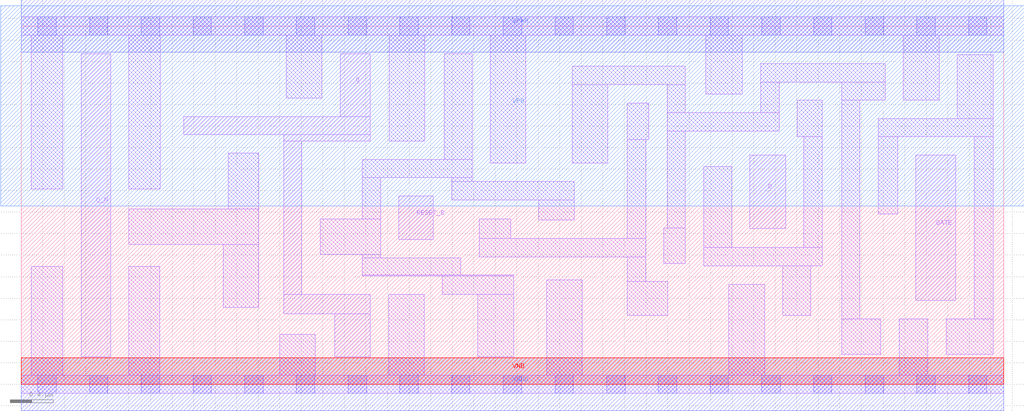
<source format=lef>
# Copyright 2020 The SkyWater PDK Authors
#
# Licensed under the Apache License, Version 2.0 (the "License");
# you may not use this file except in compliance with the License.
# You may obtain a copy of the License at
#
#     https://www.apache.org/licenses/LICENSE-2.0
#
# Unless required by applicable law or agreed to in writing, software
# distributed under the License is distributed on an "AS IS" BASIS,
# WITHOUT WARRANTIES OR CONDITIONS OF ANY KIND, either express or implied.
# See the License for the specific language governing permissions and
# limitations under the License.
#
# SPDX-License-Identifier: Apache-2.0

VERSION 5.7 ;
  NOWIREEXTENSIONATPIN ON ;
  DIVIDERCHAR "/" ;
  BUSBITCHARS "[]" ;
MACRO sky130_fd_sc_lp__dlrbp_2
  CLASS CORE ;
  FOREIGN sky130_fd_sc_lp__dlrbp_2 ;
  ORIGIN  0.000000  0.000000 ;
  SIZE  9.120000 BY  3.330000 ;
  SYMMETRY X Y R90 ;
  SITE unit ;
  PIN D
    ANTENNAGATEAREA  0.159000 ;
    DIRECTION INPUT ;
    USE SIGNAL ;
    PORT
      LAYER li1 ;
        RECT 6.765000 1.450000 7.095000 2.130000 ;
    END
  END D
  PIN Q
    ANTENNADIFFAREA  0.588000 ;
    DIRECTION OUTPUT ;
    USE SIGNAL ;
    PORT
      LAYER li1 ;
        RECT 1.510000 2.320000 3.240000 2.490000 ;
        RECT 2.435000 0.655000 3.240000 0.835000 ;
        RECT 2.435000 0.835000 2.605000 2.260000 ;
        RECT 2.435000 2.260000 3.240000 2.320000 ;
        RECT 2.910000 0.255000 3.240000 0.655000 ;
        RECT 2.960000 2.490000 3.240000 3.075000 ;
    END
  END Q
  PIN Q_N
    ANTENNADIFFAREA  0.594300 ;
    DIRECTION OUTPUT ;
    USE SIGNAL ;
    PORT
      LAYER li1 ;
        RECT 0.555000 0.255000 0.830000 3.075000 ;
    END
  END Q_N
  PIN RESET_B
    ANTENNAGATEAREA  0.315000 ;
    DIRECTION INPUT ;
    USE SIGNAL ;
    PORT
      LAYER li1 ;
        RECT 3.505000 1.345000 3.825000 1.750000 ;
    END
  END RESET_B
  PIN GATE
    ANTENNAGATEAREA  0.159000 ;
    DIRECTION INPUT ;
    USE CLOCK ;
    PORT
      LAYER li1 ;
        RECT 8.305000 0.780000 8.675000 2.130000 ;
    END
  END GATE
  PIN VGND
    DIRECTION INOUT ;
    USE GROUND ;
    PORT
      LAYER met1 ;
        RECT 0.000000 -0.245000 9.120000 0.245000 ;
    END
  END VGND
  PIN VNB
    DIRECTION INOUT ;
    USE GROUND ;
    PORT
      LAYER pwell ;
        RECT 0.000000 0.000000 9.120000 0.245000 ;
    END
  END VNB
  PIN VPB
    DIRECTION INOUT ;
    USE POWER ;
    PORT
      LAYER nwell ;
        RECT -0.190000 1.655000 9.310000 3.520000 ;
    END
  END VPB
  PIN VPWR
    DIRECTION INOUT ;
    USE POWER ;
    PORT
      LAYER met1 ;
        RECT 0.000000 3.085000 9.120000 3.575000 ;
    END
  END VPWR
  OBS
    LAYER li1 ;
      RECT 0.000000 -0.085000 9.120000 0.085000 ;
      RECT 0.000000  3.245000 9.120000 3.415000 ;
      RECT 0.095000  0.085000 0.385000 1.095000 ;
      RECT 0.095000  1.815000 0.385000 3.245000 ;
      RECT 1.000000  0.085000 1.285000 1.095000 ;
      RECT 1.000000  1.300000 2.205000 1.630000 ;
      RECT 1.000000  1.815000 1.290000 3.245000 ;
      RECT 1.875000  0.715000 2.205000 1.300000 ;
      RECT 1.920000  1.630000 2.205000 2.150000 ;
      RECT 2.400000  0.085000 2.730000 0.465000 ;
      RECT 2.460000  2.660000 2.790000 3.245000 ;
      RECT 2.775000  1.205000 3.335000 1.535000 ;
      RECT 3.165000  1.005000 4.570000 1.015000 ;
      RECT 3.165000  1.015000 4.080000 1.175000 ;
      RECT 3.165000  1.175000 3.335000 1.205000 ;
      RECT 3.165000  1.535000 3.335000 1.920000 ;
      RECT 3.165000  1.920000 4.185000 2.090000 ;
      RECT 3.410000  0.085000 3.740000 0.835000 ;
      RECT 3.415000  2.260000 3.745000 3.245000 ;
      RECT 3.910000  0.835000 4.570000 1.005000 ;
      RECT 3.925000  2.090000 4.185000 3.075000 ;
      RECT 3.995000  1.715000 5.135000 1.885000 ;
      RECT 3.995000  1.885000 4.185000 1.920000 ;
      RECT 4.240000  0.255000 4.570000 0.835000 ;
      RECT 4.250000  1.185000 5.795000 1.355000 ;
      RECT 4.250000  1.355000 4.545000 1.535000 ;
      RECT 4.355000  2.055000 4.685000 3.245000 ;
      RECT 4.805000  1.525000 5.135000 1.715000 ;
      RECT 4.880000  0.085000 5.210000 0.970000 ;
      RECT 5.115000  2.055000 5.445000 2.785000 ;
      RECT 5.115000  2.785000 6.165000 2.955000 ;
      RECT 5.625000  0.640000 6.000000 0.955000 ;
      RECT 5.625000  0.955000 5.795000 1.185000 ;
      RECT 5.625000  1.355000 5.795000 2.275000 ;
      RECT 5.625000  2.275000 5.825000 2.615000 ;
      RECT 5.965000  1.125000 6.165000 1.455000 ;
      RECT 5.995000  1.455000 6.165000 2.355000 ;
      RECT 5.995000  2.355000 7.035000 2.525000 ;
      RECT 5.995000  2.525000 6.165000 2.785000 ;
      RECT 6.335000  1.100000 7.435000 1.270000 ;
      RECT 6.335000  1.270000 6.595000 2.025000 ;
      RECT 6.355000  2.695000 6.695000 3.245000 ;
      RECT 6.570000  0.085000 6.900000 0.930000 ;
      RECT 6.865000  2.525000 7.035000 2.810000 ;
      RECT 6.865000  2.810000 8.020000 2.980000 ;
      RECT 7.070000  0.640000 7.330000 1.100000 ;
      RECT 7.205000  2.300000 7.435000 2.640000 ;
      RECT 7.265000  1.270000 7.435000 2.300000 ;
      RECT 7.615000  0.280000 7.980000 0.610000 ;
      RECT 7.615000  0.610000 7.785000 2.640000 ;
      RECT 7.615000  2.640000 8.020000 2.810000 ;
      RECT 7.955000  1.585000 8.135000 2.300000 ;
      RECT 7.955000  2.300000 9.025000 2.470000 ;
      RECT 8.150000  0.085000 8.415000 0.610000 ;
      RECT 8.190000  2.640000 8.520000 3.245000 ;
      RECT 8.585000  0.280000 9.025000 0.610000 ;
      RECT 8.690000  2.470000 9.025000 3.065000 ;
      RECT 8.845000  0.610000 9.025000 2.300000 ;
    LAYER mcon ;
      RECT 0.155000 -0.085000 0.325000 0.085000 ;
      RECT 0.155000  3.245000 0.325000 3.415000 ;
      RECT 0.635000 -0.085000 0.805000 0.085000 ;
      RECT 0.635000  3.245000 0.805000 3.415000 ;
      RECT 1.115000 -0.085000 1.285000 0.085000 ;
      RECT 1.115000  3.245000 1.285000 3.415000 ;
      RECT 1.595000 -0.085000 1.765000 0.085000 ;
      RECT 1.595000  3.245000 1.765000 3.415000 ;
      RECT 2.075000 -0.085000 2.245000 0.085000 ;
      RECT 2.075000  3.245000 2.245000 3.415000 ;
      RECT 2.555000 -0.085000 2.725000 0.085000 ;
      RECT 2.555000  3.245000 2.725000 3.415000 ;
      RECT 3.035000 -0.085000 3.205000 0.085000 ;
      RECT 3.035000  3.245000 3.205000 3.415000 ;
      RECT 3.515000 -0.085000 3.685000 0.085000 ;
      RECT 3.515000  3.245000 3.685000 3.415000 ;
      RECT 3.995000 -0.085000 4.165000 0.085000 ;
      RECT 3.995000  3.245000 4.165000 3.415000 ;
      RECT 4.475000 -0.085000 4.645000 0.085000 ;
      RECT 4.475000  3.245000 4.645000 3.415000 ;
      RECT 4.955000 -0.085000 5.125000 0.085000 ;
      RECT 4.955000  3.245000 5.125000 3.415000 ;
      RECT 5.435000 -0.085000 5.605000 0.085000 ;
      RECT 5.435000  3.245000 5.605000 3.415000 ;
      RECT 5.915000 -0.085000 6.085000 0.085000 ;
      RECT 5.915000  3.245000 6.085000 3.415000 ;
      RECT 6.395000 -0.085000 6.565000 0.085000 ;
      RECT 6.395000  3.245000 6.565000 3.415000 ;
      RECT 6.875000 -0.085000 7.045000 0.085000 ;
      RECT 6.875000  3.245000 7.045000 3.415000 ;
      RECT 7.355000 -0.085000 7.525000 0.085000 ;
      RECT 7.355000  3.245000 7.525000 3.415000 ;
      RECT 7.835000 -0.085000 8.005000 0.085000 ;
      RECT 7.835000  3.245000 8.005000 3.415000 ;
      RECT 8.315000 -0.085000 8.485000 0.085000 ;
      RECT 8.315000  3.245000 8.485000 3.415000 ;
      RECT 8.795000 -0.085000 8.965000 0.085000 ;
      RECT 8.795000  3.245000 8.965000 3.415000 ;
  END
END sky130_fd_sc_lp__dlrbp_2
END LIBRARY

</source>
